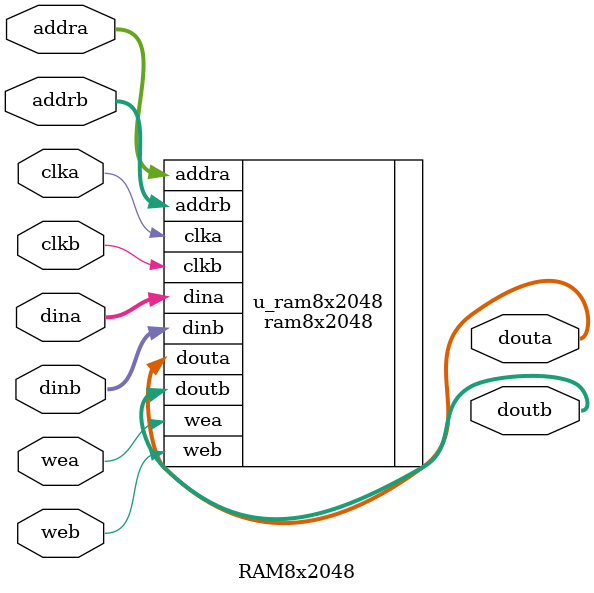
<source format=v>
module RAM8x2048
  (
  input [10:0] addra,
  input clka,
  input [7:0] dina,
  output [7:0] douta,
  input [0:0] wea,
  input [10:0] addrb,
  input clkb,
  input [7:0] dinb,
  output [7:0] doutb,
  input [0:0] web
   );

ram8x2048 u_ram8x2048
(
    .clka(clka),
    .addra(addra),
    .dina(dina),
    .douta(douta),
    .wea(wea),
    .clkb(clkb),
    .addrb(addrb),
    .dinb(dinb),
    .doutb(doutb),
    .web(web)
		   );

endmodule // RAM8x2048

</source>
